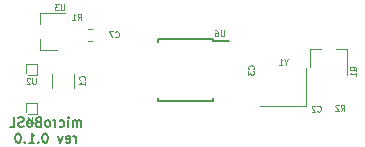
<source format=gbo>
G04 #@! TF.GenerationSoftware,KiCad,Pcbnew,(5.1.5)-3*
G04 #@! TF.CreationDate,2020-12-08T14:38:42+11:00*
G04 #@! TF.ProjectId,microBoSL,6d696372-6f42-46f5-934c-2e6b69636164,0.1.0*
G04 #@! TF.SameCoordinates,Original*
G04 #@! TF.FileFunction,Legend,Bot*
G04 #@! TF.FilePolarity,Positive*
%FSLAX46Y46*%
G04 Gerber Fmt 4.6, Leading zero omitted, Abs format (unit mm)*
G04 Created by KiCad (PCBNEW (5.1.5)-3) date 2020-12-08 14:38:42*
%MOMM*%
%LPD*%
G04 APERTURE LIST*
%ADD10C,0.150000*%
%ADD11C,0.120000*%
%ADD12C,0.125000*%
G04 APERTURE END LIST*
D10*
X110852380Y-112886904D02*
X110852380Y-112353571D01*
X110852380Y-112429761D02*
X110814285Y-112391666D01*
X110738095Y-112353571D01*
X110623809Y-112353571D01*
X110547619Y-112391666D01*
X110509523Y-112467857D01*
X110509523Y-112886904D01*
X110509523Y-112467857D02*
X110471428Y-112391666D01*
X110395238Y-112353571D01*
X110280952Y-112353571D01*
X110204761Y-112391666D01*
X110166666Y-112467857D01*
X110166666Y-112886904D01*
X109785714Y-112886904D02*
X109785714Y-112353571D01*
X109785714Y-112086904D02*
X109823809Y-112125000D01*
X109785714Y-112163095D01*
X109747619Y-112125000D01*
X109785714Y-112086904D01*
X109785714Y-112163095D01*
X109061904Y-112848809D02*
X109138095Y-112886904D01*
X109290476Y-112886904D01*
X109366666Y-112848809D01*
X109404761Y-112810714D01*
X109442857Y-112734523D01*
X109442857Y-112505952D01*
X109404761Y-112429761D01*
X109366666Y-112391666D01*
X109290476Y-112353571D01*
X109138095Y-112353571D01*
X109061904Y-112391666D01*
X108719047Y-112886904D02*
X108719047Y-112353571D01*
X108719047Y-112505952D02*
X108680952Y-112429761D01*
X108642857Y-112391666D01*
X108566666Y-112353571D01*
X108490476Y-112353571D01*
X108109523Y-112886904D02*
X108185714Y-112848809D01*
X108223809Y-112810714D01*
X108261904Y-112734523D01*
X108261904Y-112505952D01*
X108223809Y-112429761D01*
X108185714Y-112391666D01*
X108109523Y-112353571D01*
X107995238Y-112353571D01*
X107919047Y-112391666D01*
X107880952Y-112429761D01*
X107842857Y-112505952D01*
X107842857Y-112734523D01*
X107880952Y-112810714D01*
X107919047Y-112848809D01*
X107995238Y-112886904D01*
X108109523Y-112886904D01*
X107233333Y-112467857D02*
X107119047Y-112505952D01*
X107080952Y-112544047D01*
X107042857Y-112620238D01*
X107042857Y-112734523D01*
X107080952Y-112810714D01*
X107119047Y-112848809D01*
X107195238Y-112886904D01*
X107500000Y-112886904D01*
X107500000Y-112086904D01*
X107233333Y-112086904D01*
X107157142Y-112125000D01*
X107119047Y-112163095D01*
X107080952Y-112239285D01*
X107080952Y-112315476D01*
X107119047Y-112391666D01*
X107157142Y-112429761D01*
X107233333Y-112467857D01*
X107500000Y-112467857D01*
X106585714Y-112886904D02*
X106661904Y-112848809D01*
X106700000Y-112810714D01*
X106738095Y-112734523D01*
X106738095Y-112505952D01*
X106700000Y-112429761D01*
X106661904Y-112391666D01*
X106585714Y-112353571D01*
X106471428Y-112353571D01*
X106395238Y-112391666D01*
X106357142Y-112429761D01*
X106319047Y-112505952D01*
X106319047Y-112734523D01*
X106357142Y-112810714D01*
X106395238Y-112848809D01*
X106471428Y-112886904D01*
X106585714Y-112886904D01*
X106014285Y-112848809D02*
X105900000Y-112886904D01*
X105709523Y-112886904D01*
X105633333Y-112848809D01*
X105595238Y-112810714D01*
X105557142Y-112734523D01*
X105557142Y-112658333D01*
X105595238Y-112582142D01*
X105633333Y-112544047D01*
X105709523Y-112505952D01*
X105861904Y-112467857D01*
X105938095Y-112429761D01*
X105976190Y-112391666D01*
X106014285Y-112315476D01*
X106014285Y-112239285D01*
X105976190Y-112163095D01*
X105938095Y-112125000D01*
X105861904Y-112086904D01*
X105671428Y-112086904D01*
X105557142Y-112125000D01*
X104833333Y-112886904D02*
X105214285Y-112886904D01*
X105214285Y-112086904D01*
X110433333Y-114236904D02*
X110433333Y-113703571D01*
X110433333Y-113855952D02*
X110395238Y-113779761D01*
X110357142Y-113741666D01*
X110280952Y-113703571D01*
X110204761Y-113703571D01*
X109633333Y-114198809D02*
X109709523Y-114236904D01*
X109861904Y-114236904D01*
X109938095Y-114198809D01*
X109976190Y-114122619D01*
X109976190Y-113817857D01*
X109938095Y-113741666D01*
X109861904Y-113703571D01*
X109709523Y-113703571D01*
X109633333Y-113741666D01*
X109595238Y-113817857D01*
X109595238Y-113894047D01*
X109976190Y-113970238D01*
X109328571Y-113703571D02*
X109138095Y-114236904D01*
X108947619Y-113703571D01*
X107880952Y-113436904D02*
X107804761Y-113436904D01*
X107728571Y-113475000D01*
X107690476Y-113513095D01*
X107652380Y-113589285D01*
X107614285Y-113741666D01*
X107614285Y-113932142D01*
X107652380Y-114084523D01*
X107690476Y-114160714D01*
X107728571Y-114198809D01*
X107804761Y-114236904D01*
X107880952Y-114236904D01*
X107957142Y-114198809D01*
X107995238Y-114160714D01*
X108033333Y-114084523D01*
X108071428Y-113932142D01*
X108071428Y-113741666D01*
X108033333Y-113589285D01*
X107995238Y-113513095D01*
X107957142Y-113475000D01*
X107880952Y-113436904D01*
X107271428Y-114160714D02*
X107233333Y-114198809D01*
X107271428Y-114236904D01*
X107309523Y-114198809D01*
X107271428Y-114160714D01*
X107271428Y-114236904D01*
X106471428Y-114236904D02*
X106928571Y-114236904D01*
X106700000Y-114236904D02*
X106700000Y-113436904D01*
X106776190Y-113551190D01*
X106852380Y-113627380D01*
X106928571Y-113665476D01*
X106128571Y-114160714D02*
X106090476Y-114198809D01*
X106128571Y-114236904D01*
X106166666Y-114198809D01*
X106128571Y-114160714D01*
X106128571Y-114236904D01*
X105595238Y-113436904D02*
X105519047Y-113436904D01*
X105442857Y-113475000D01*
X105404761Y-113513095D01*
X105366666Y-113589285D01*
X105328571Y-113741666D01*
X105328571Y-113932142D01*
X105366666Y-114084523D01*
X105404761Y-114160714D01*
X105442857Y-114198809D01*
X105519047Y-114236904D01*
X105595238Y-114236904D01*
X105671428Y-114198809D01*
X105709523Y-114160714D01*
X105747619Y-114084523D01*
X105785714Y-113932142D01*
X105785714Y-113741666D01*
X105747619Y-113589285D01*
X105709523Y-113513095D01*
X105671428Y-113475000D01*
X105595238Y-113436904D01*
D11*
X129900000Y-111100000D02*
X126000000Y-111100000D01*
X129900000Y-107900000D02*
X129900000Y-111100000D01*
X106383000Y-111849000D02*
X107149000Y-111849000D01*
X107149000Y-111849000D02*
X107149000Y-110901000D01*
X107149000Y-110901000D02*
X106201000Y-110901000D01*
X106201000Y-110901000D02*
X106201000Y-111667000D01*
X106383000Y-108499000D02*
X107149000Y-108499000D01*
X107149000Y-108499000D02*
X107149000Y-107551000D01*
X107149000Y-107551000D02*
X106201000Y-107551000D01*
X106201000Y-107551000D02*
X106201000Y-108317000D01*
D10*
X122050000Y-105600000D02*
X123400000Y-105600000D01*
X122050000Y-110725000D02*
X117400000Y-110725000D01*
X122050000Y-105475000D02*
X117400000Y-105475000D01*
X122050000Y-110725000D02*
X122050000Y-110500000D01*
X117400000Y-110725000D02*
X117400000Y-110500000D01*
X117400000Y-105475000D02*
X117400000Y-105700000D01*
X122050000Y-105475000D02*
X122050000Y-105600000D01*
D11*
X107390000Y-106430000D02*
X108850000Y-106430000D01*
X107390000Y-103270000D02*
X109550000Y-103270000D01*
X107390000Y-103270000D02*
X107390000Y-104200000D01*
X107390000Y-106430000D02*
X107390000Y-105500000D01*
X130270000Y-106340000D02*
X130270000Y-107800000D01*
X133430000Y-106340000D02*
X133430000Y-108500000D01*
X133430000Y-106340000D02*
X132500000Y-106340000D01*
X130270000Y-106340000D02*
X131200000Y-106340000D01*
X111775279Y-105610000D02*
X111449721Y-105610000D01*
X111775279Y-104590000D02*
X111449721Y-104590000D01*
X110260000Y-108397936D02*
X110260000Y-109602064D01*
X108440000Y-108397936D02*
X108440000Y-109602064D01*
D12*
X128238095Y-107388095D02*
X128238095Y-107626190D01*
X128404761Y-107126190D02*
X128238095Y-107388095D01*
X128071428Y-107126190D01*
X127642857Y-107626190D02*
X127928571Y-107626190D01*
X127785714Y-107626190D02*
X127785714Y-107126190D01*
X127833333Y-107197619D01*
X127880952Y-107245238D01*
X127928571Y-107269047D01*
X132883333Y-111526190D02*
X133050000Y-111288095D01*
X133169047Y-111526190D02*
X133169047Y-111026190D01*
X132978571Y-111026190D01*
X132930952Y-111050000D01*
X132907142Y-111073809D01*
X132883333Y-111121428D01*
X132883333Y-111192857D01*
X132907142Y-111240476D01*
X132930952Y-111264285D01*
X132978571Y-111288095D01*
X133169047Y-111288095D01*
X132692857Y-111073809D02*
X132669047Y-111050000D01*
X132621428Y-111026190D01*
X132502380Y-111026190D01*
X132454761Y-111050000D01*
X132430952Y-111073809D01*
X132407142Y-111121428D01*
X132407142Y-111169047D01*
X132430952Y-111240476D01*
X132716666Y-111526190D01*
X132407142Y-111526190D01*
X110583333Y-103826190D02*
X110750000Y-103588095D01*
X110869047Y-103826190D02*
X110869047Y-103326190D01*
X110678571Y-103326190D01*
X110630952Y-103350000D01*
X110607142Y-103373809D01*
X110583333Y-103421428D01*
X110583333Y-103492857D01*
X110607142Y-103540476D01*
X110630952Y-103564285D01*
X110678571Y-103588095D01*
X110869047Y-103588095D01*
X110107142Y-103826190D02*
X110392857Y-103826190D01*
X110250000Y-103826190D02*
X110250000Y-103326190D01*
X110297619Y-103397619D01*
X110345238Y-103445238D01*
X110392857Y-103469047D01*
X125478571Y-108016666D02*
X125502380Y-107992857D01*
X125526190Y-107921428D01*
X125526190Y-107873809D01*
X125502380Y-107802380D01*
X125454761Y-107754761D01*
X125407142Y-107730952D01*
X125311904Y-107707142D01*
X125240476Y-107707142D01*
X125145238Y-107730952D01*
X125097619Y-107754761D01*
X125050000Y-107802380D01*
X125026190Y-107873809D01*
X125026190Y-107921428D01*
X125050000Y-107992857D01*
X125073809Y-108016666D01*
X125026190Y-108183333D02*
X125026190Y-108492857D01*
X125216666Y-108326190D01*
X125216666Y-108397619D01*
X125240476Y-108445238D01*
X125264285Y-108469047D01*
X125311904Y-108492857D01*
X125430952Y-108492857D01*
X125478571Y-108469047D01*
X125502380Y-108445238D01*
X125526190Y-108397619D01*
X125526190Y-108254761D01*
X125502380Y-108207142D01*
X125478571Y-108183333D01*
X130883333Y-111578571D02*
X130907142Y-111602380D01*
X130978571Y-111626190D01*
X131026190Y-111626190D01*
X131097619Y-111602380D01*
X131145238Y-111554761D01*
X131169047Y-111507142D01*
X131192857Y-111411904D01*
X131192857Y-111340476D01*
X131169047Y-111245238D01*
X131145238Y-111197619D01*
X131097619Y-111150000D01*
X131026190Y-111126190D01*
X130978571Y-111126190D01*
X130907142Y-111150000D01*
X130883333Y-111173809D01*
X130692857Y-111173809D02*
X130669047Y-111150000D01*
X130621428Y-111126190D01*
X130502380Y-111126190D01*
X130454761Y-111150000D01*
X130430952Y-111173809D01*
X130407142Y-111221428D01*
X130407142Y-111269047D01*
X130430952Y-111340476D01*
X130716666Y-111626190D01*
X130407142Y-111626190D01*
X107055952Y-112076190D02*
X107055952Y-112480952D01*
X107032142Y-112528571D01*
X107008333Y-112552380D01*
X106960714Y-112576190D01*
X106865476Y-112576190D01*
X106817857Y-112552380D01*
X106794047Y-112528571D01*
X106770238Y-112480952D01*
X106770238Y-112076190D01*
X106270238Y-112576190D02*
X106555952Y-112576190D01*
X106413095Y-112576190D02*
X106413095Y-112076190D01*
X106460714Y-112147619D01*
X106508333Y-112195238D01*
X106555952Y-112219047D01*
X107055952Y-108776190D02*
X107055952Y-109180952D01*
X107032142Y-109228571D01*
X107008333Y-109252380D01*
X106960714Y-109276190D01*
X106865476Y-109276190D01*
X106817857Y-109252380D01*
X106794047Y-109228571D01*
X106770238Y-109180952D01*
X106770238Y-108776190D01*
X106555952Y-108823809D02*
X106532142Y-108800000D01*
X106484523Y-108776190D01*
X106365476Y-108776190D01*
X106317857Y-108800000D01*
X106294047Y-108823809D01*
X106270238Y-108871428D01*
X106270238Y-108919047D01*
X106294047Y-108990476D01*
X106579761Y-109276190D01*
X106270238Y-109276190D01*
X122980952Y-104726190D02*
X122980952Y-105130952D01*
X122957142Y-105178571D01*
X122933333Y-105202380D01*
X122885714Y-105226190D01*
X122790476Y-105226190D01*
X122742857Y-105202380D01*
X122719047Y-105178571D01*
X122695238Y-105130952D01*
X122695238Y-104726190D01*
X122242857Y-104726190D02*
X122338095Y-104726190D01*
X122385714Y-104750000D01*
X122409523Y-104773809D01*
X122457142Y-104845238D01*
X122480952Y-104940476D01*
X122480952Y-105130952D01*
X122457142Y-105178571D01*
X122433333Y-105202380D01*
X122385714Y-105226190D01*
X122290476Y-105226190D01*
X122242857Y-105202380D01*
X122219047Y-105178571D01*
X122195238Y-105130952D01*
X122195238Y-105011904D01*
X122219047Y-104964285D01*
X122242857Y-104940476D01*
X122290476Y-104916666D01*
X122385714Y-104916666D01*
X122433333Y-104940476D01*
X122457142Y-104964285D01*
X122480952Y-105011904D01*
X109480952Y-102526190D02*
X109480952Y-102930952D01*
X109457142Y-102978571D01*
X109433333Y-103002380D01*
X109385714Y-103026190D01*
X109290476Y-103026190D01*
X109242857Y-103002380D01*
X109219047Y-102978571D01*
X109195238Y-102930952D01*
X109195238Y-102526190D01*
X109004761Y-102526190D02*
X108695238Y-102526190D01*
X108861904Y-102716666D01*
X108790476Y-102716666D01*
X108742857Y-102740476D01*
X108719047Y-102764285D01*
X108695238Y-102811904D01*
X108695238Y-102930952D01*
X108719047Y-102978571D01*
X108742857Y-103002380D01*
X108790476Y-103026190D01*
X108933333Y-103026190D01*
X108980952Y-103002380D01*
X109004761Y-102978571D01*
X134173809Y-108152380D02*
X134150000Y-108104761D01*
X134102380Y-108057142D01*
X134030952Y-107985714D01*
X134007142Y-107938095D01*
X134007142Y-107890476D01*
X134126190Y-107914285D02*
X134102380Y-107866666D01*
X134054761Y-107819047D01*
X133959523Y-107795238D01*
X133792857Y-107795238D01*
X133697619Y-107819047D01*
X133650000Y-107866666D01*
X133626190Y-107914285D01*
X133626190Y-108009523D01*
X133650000Y-108057142D01*
X133697619Y-108104761D01*
X133792857Y-108128571D01*
X133959523Y-108128571D01*
X134054761Y-108104761D01*
X134102380Y-108057142D01*
X134126190Y-108009523D01*
X134126190Y-107914285D01*
X134126190Y-108604761D02*
X134126190Y-108319047D01*
X134126190Y-108461904D02*
X133626190Y-108461904D01*
X133697619Y-108414285D01*
X133745238Y-108366666D01*
X133769047Y-108319047D01*
X113783333Y-105278571D02*
X113807142Y-105302380D01*
X113878571Y-105326190D01*
X113926190Y-105326190D01*
X113997619Y-105302380D01*
X114045238Y-105254761D01*
X114069047Y-105207142D01*
X114092857Y-105111904D01*
X114092857Y-105040476D01*
X114069047Y-104945238D01*
X114045238Y-104897619D01*
X113997619Y-104850000D01*
X113926190Y-104826190D01*
X113878571Y-104826190D01*
X113807142Y-104850000D01*
X113783333Y-104873809D01*
X113616666Y-104826190D02*
X113283333Y-104826190D01*
X113497619Y-105326190D01*
X111178571Y-108916666D02*
X111202380Y-108892857D01*
X111226190Y-108821428D01*
X111226190Y-108773809D01*
X111202380Y-108702380D01*
X111154761Y-108654761D01*
X111107142Y-108630952D01*
X111011904Y-108607142D01*
X110940476Y-108607142D01*
X110845238Y-108630952D01*
X110797619Y-108654761D01*
X110750000Y-108702380D01*
X110726190Y-108773809D01*
X110726190Y-108821428D01*
X110750000Y-108892857D01*
X110773809Y-108916666D01*
X111226190Y-109392857D02*
X111226190Y-109107142D01*
X111226190Y-109250000D02*
X110726190Y-109250000D01*
X110797619Y-109202380D01*
X110845238Y-109154761D01*
X110869047Y-109107142D01*
M02*

</source>
